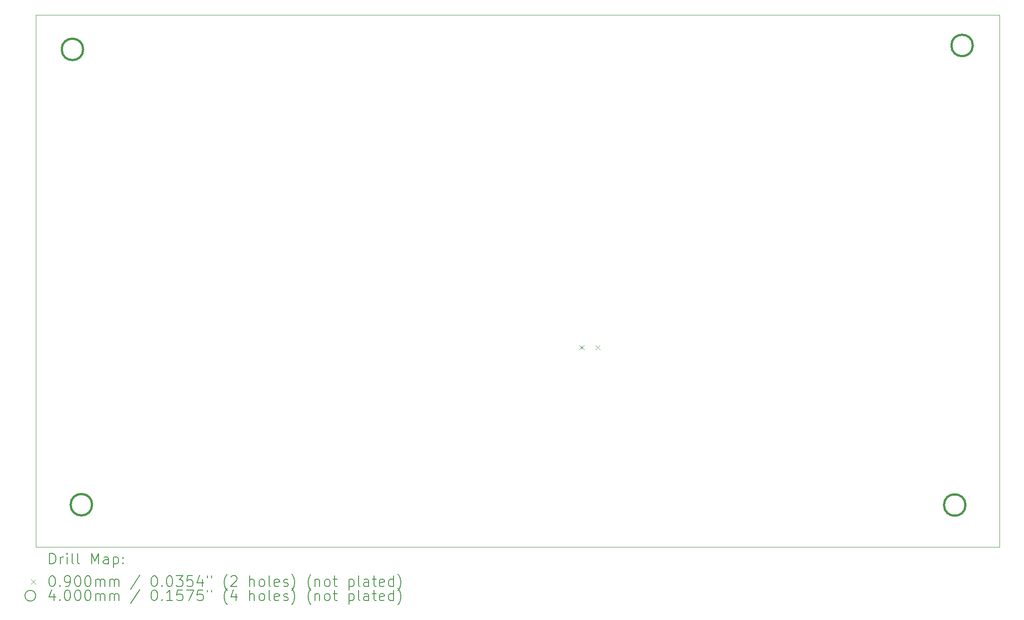
<source format=gbr>
%TF.GenerationSoftware,KiCad,Pcbnew,7.0.8*%
%TF.CreationDate,2025-03-20T17:12:28-04:00*%
%TF.ProjectId,2310interface,32333130-696e-4746-9572-666163652e6b,rev?*%
%TF.SameCoordinates,Original*%
%TF.FileFunction,Drillmap*%
%TF.FilePolarity,Positive*%
%FSLAX45Y45*%
G04 Gerber Fmt 4.5, Leading zero omitted, Abs format (unit mm)*
G04 Created by KiCad (PCBNEW 7.0.8) date 2025-03-20 17:12:28*
%MOMM*%
%LPD*%
G01*
G04 APERTURE LIST*
%ADD10C,0.100000*%
%ADD11C,0.200000*%
%ADD12C,0.090000*%
%ADD13C,0.400000*%
G04 APERTURE END LIST*
D10*
X2510000Y-2511000D02*
X20486000Y-2511000D01*
X20486000Y-12446000D01*
X2510000Y-12446000D01*
X2510000Y-2511000D01*
D11*
D12*
X12645000Y-8675000D02*
X12735000Y-8765000D01*
X12735000Y-8675000D02*
X12645000Y-8765000D01*
X12945000Y-8675000D02*
X13035000Y-8765000D01*
X13035000Y-8675000D02*
X12945000Y-8765000D01*
D13*
X3391000Y-3156000D02*
G75*
G03*
X3391000Y-3156000I-200000J0D01*
G01*
X3558000Y-11656000D02*
G75*
G03*
X3558000Y-11656000I-200000J0D01*
G01*
X19849000Y-11662000D02*
G75*
G03*
X19849000Y-11662000I-200000J0D01*
G01*
X19986000Y-3083000D02*
G75*
G03*
X19986000Y-3083000I-200000J0D01*
G01*
D11*
X2765777Y-12762484D02*
X2765777Y-12562484D01*
X2765777Y-12562484D02*
X2813396Y-12562484D01*
X2813396Y-12562484D02*
X2841967Y-12572008D01*
X2841967Y-12572008D02*
X2861015Y-12591055D01*
X2861015Y-12591055D02*
X2870539Y-12610103D01*
X2870539Y-12610103D02*
X2880062Y-12648198D01*
X2880062Y-12648198D02*
X2880062Y-12676769D01*
X2880062Y-12676769D02*
X2870539Y-12714865D01*
X2870539Y-12714865D02*
X2861015Y-12733912D01*
X2861015Y-12733912D02*
X2841967Y-12752960D01*
X2841967Y-12752960D02*
X2813396Y-12762484D01*
X2813396Y-12762484D02*
X2765777Y-12762484D01*
X2965777Y-12762484D02*
X2965777Y-12629150D01*
X2965777Y-12667246D02*
X2975301Y-12648198D01*
X2975301Y-12648198D02*
X2984824Y-12638674D01*
X2984824Y-12638674D02*
X3003872Y-12629150D01*
X3003872Y-12629150D02*
X3022920Y-12629150D01*
X3089586Y-12762484D02*
X3089586Y-12629150D01*
X3089586Y-12562484D02*
X3080062Y-12572008D01*
X3080062Y-12572008D02*
X3089586Y-12581531D01*
X3089586Y-12581531D02*
X3099110Y-12572008D01*
X3099110Y-12572008D02*
X3089586Y-12562484D01*
X3089586Y-12562484D02*
X3089586Y-12581531D01*
X3213396Y-12762484D02*
X3194348Y-12752960D01*
X3194348Y-12752960D02*
X3184824Y-12733912D01*
X3184824Y-12733912D02*
X3184824Y-12562484D01*
X3318158Y-12762484D02*
X3299110Y-12752960D01*
X3299110Y-12752960D02*
X3289586Y-12733912D01*
X3289586Y-12733912D02*
X3289586Y-12562484D01*
X3546729Y-12762484D02*
X3546729Y-12562484D01*
X3546729Y-12562484D02*
X3613396Y-12705341D01*
X3613396Y-12705341D02*
X3680062Y-12562484D01*
X3680062Y-12562484D02*
X3680062Y-12762484D01*
X3861015Y-12762484D02*
X3861015Y-12657722D01*
X3861015Y-12657722D02*
X3851491Y-12638674D01*
X3851491Y-12638674D02*
X3832443Y-12629150D01*
X3832443Y-12629150D02*
X3794348Y-12629150D01*
X3794348Y-12629150D02*
X3775301Y-12638674D01*
X3861015Y-12752960D02*
X3841967Y-12762484D01*
X3841967Y-12762484D02*
X3794348Y-12762484D01*
X3794348Y-12762484D02*
X3775301Y-12752960D01*
X3775301Y-12752960D02*
X3765777Y-12733912D01*
X3765777Y-12733912D02*
X3765777Y-12714865D01*
X3765777Y-12714865D02*
X3775301Y-12695817D01*
X3775301Y-12695817D02*
X3794348Y-12686293D01*
X3794348Y-12686293D02*
X3841967Y-12686293D01*
X3841967Y-12686293D02*
X3861015Y-12676769D01*
X3956253Y-12629150D02*
X3956253Y-12829150D01*
X3956253Y-12638674D02*
X3975301Y-12629150D01*
X3975301Y-12629150D02*
X4013396Y-12629150D01*
X4013396Y-12629150D02*
X4032443Y-12638674D01*
X4032443Y-12638674D02*
X4041967Y-12648198D01*
X4041967Y-12648198D02*
X4051491Y-12667246D01*
X4051491Y-12667246D02*
X4051491Y-12724388D01*
X4051491Y-12724388D02*
X4041967Y-12743436D01*
X4041967Y-12743436D02*
X4032443Y-12752960D01*
X4032443Y-12752960D02*
X4013396Y-12762484D01*
X4013396Y-12762484D02*
X3975301Y-12762484D01*
X3975301Y-12762484D02*
X3956253Y-12752960D01*
X4137205Y-12743436D02*
X4146729Y-12752960D01*
X4146729Y-12752960D02*
X4137205Y-12762484D01*
X4137205Y-12762484D02*
X4127682Y-12752960D01*
X4127682Y-12752960D02*
X4137205Y-12743436D01*
X4137205Y-12743436D02*
X4137205Y-12762484D01*
X4137205Y-12638674D02*
X4146729Y-12648198D01*
X4146729Y-12648198D02*
X4137205Y-12657722D01*
X4137205Y-12657722D02*
X4127682Y-12648198D01*
X4127682Y-12648198D02*
X4137205Y-12638674D01*
X4137205Y-12638674D02*
X4137205Y-12657722D01*
D12*
X2415000Y-13046000D02*
X2505000Y-13136000D01*
X2505000Y-13046000D02*
X2415000Y-13136000D01*
D11*
X2803872Y-12982484D02*
X2822920Y-12982484D01*
X2822920Y-12982484D02*
X2841967Y-12992008D01*
X2841967Y-12992008D02*
X2851491Y-13001531D01*
X2851491Y-13001531D02*
X2861015Y-13020579D01*
X2861015Y-13020579D02*
X2870539Y-13058674D01*
X2870539Y-13058674D02*
X2870539Y-13106293D01*
X2870539Y-13106293D02*
X2861015Y-13144388D01*
X2861015Y-13144388D02*
X2851491Y-13163436D01*
X2851491Y-13163436D02*
X2841967Y-13172960D01*
X2841967Y-13172960D02*
X2822920Y-13182484D01*
X2822920Y-13182484D02*
X2803872Y-13182484D01*
X2803872Y-13182484D02*
X2784824Y-13172960D01*
X2784824Y-13172960D02*
X2775301Y-13163436D01*
X2775301Y-13163436D02*
X2765777Y-13144388D01*
X2765777Y-13144388D02*
X2756253Y-13106293D01*
X2756253Y-13106293D02*
X2756253Y-13058674D01*
X2756253Y-13058674D02*
X2765777Y-13020579D01*
X2765777Y-13020579D02*
X2775301Y-13001531D01*
X2775301Y-13001531D02*
X2784824Y-12992008D01*
X2784824Y-12992008D02*
X2803872Y-12982484D01*
X2956253Y-13163436D02*
X2965777Y-13172960D01*
X2965777Y-13172960D02*
X2956253Y-13182484D01*
X2956253Y-13182484D02*
X2946729Y-13172960D01*
X2946729Y-13172960D02*
X2956253Y-13163436D01*
X2956253Y-13163436D02*
X2956253Y-13182484D01*
X3061015Y-13182484D02*
X3099110Y-13182484D01*
X3099110Y-13182484D02*
X3118158Y-13172960D01*
X3118158Y-13172960D02*
X3127682Y-13163436D01*
X3127682Y-13163436D02*
X3146729Y-13134865D01*
X3146729Y-13134865D02*
X3156253Y-13096769D01*
X3156253Y-13096769D02*
X3156253Y-13020579D01*
X3156253Y-13020579D02*
X3146729Y-13001531D01*
X3146729Y-13001531D02*
X3137205Y-12992008D01*
X3137205Y-12992008D02*
X3118158Y-12982484D01*
X3118158Y-12982484D02*
X3080062Y-12982484D01*
X3080062Y-12982484D02*
X3061015Y-12992008D01*
X3061015Y-12992008D02*
X3051491Y-13001531D01*
X3051491Y-13001531D02*
X3041967Y-13020579D01*
X3041967Y-13020579D02*
X3041967Y-13068198D01*
X3041967Y-13068198D02*
X3051491Y-13087246D01*
X3051491Y-13087246D02*
X3061015Y-13096769D01*
X3061015Y-13096769D02*
X3080062Y-13106293D01*
X3080062Y-13106293D02*
X3118158Y-13106293D01*
X3118158Y-13106293D02*
X3137205Y-13096769D01*
X3137205Y-13096769D02*
X3146729Y-13087246D01*
X3146729Y-13087246D02*
X3156253Y-13068198D01*
X3280062Y-12982484D02*
X3299110Y-12982484D01*
X3299110Y-12982484D02*
X3318158Y-12992008D01*
X3318158Y-12992008D02*
X3327682Y-13001531D01*
X3327682Y-13001531D02*
X3337205Y-13020579D01*
X3337205Y-13020579D02*
X3346729Y-13058674D01*
X3346729Y-13058674D02*
X3346729Y-13106293D01*
X3346729Y-13106293D02*
X3337205Y-13144388D01*
X3337205Y-13144388D02*
X3327682Y-13163436D01*
X3327682Y-13163436D02*
X3318158Y-13172960D01*
X3318158Y-13172960D02*
X3299110Y-13182484D01*
X3299110Y-13182484D02*
X3280062Y-13182484D01*
X3280062Y-13182484D02*
X3261015Y-13172960D01*
X3261015Y-13172960D02*
X3251491Y-13163436D01*
X3251491Y-13163436D02*
X3241967Y-13144388D01*
X3241967Y-13144388D02*
X3232443Y-13106293D01*
X3232443Y-13106293D02*
X3232443Y-13058674D01*
X3232443Y-13058674D02*
X3241967Y-13020579D01*
X3241967Y-13020579D02*
X3251491Y-13001531D01*
X3251491Y-13001531D02*
X3261015Y-12992008D01*
X3261015Y-12992008D02*
X3280062Y-12982484D01*
X3470539Y-12982484D02*
X3489586Y-12982484D01*
X3489586Y-12982484D02*
X3508634Y-12992008D01*
X3508634Y-12992008D02*
X3518158Y-13001531D01*
X3518158Y-13001531D02*
X3527682Y-13020579D01*
X3527682Y-13020579D02*
X3537205Y-13058674D01*
X3537205Y-13058674D02*
X3537205Y-13106293D01*
X3537205Y-13106293D02*
X3527682Y-13144388D01*
X3527682Y-13144388D02*
X3518158Y-13163436D01*
X3518158Y-13163436D02*
X3508634Y-13172960D01*
X3508634Y-13172960D02*
X3489586Y-13182484D01*
X3489586Y-13182484D02*
X3470539Y-13182484D01*
X3470539Y-13182484D02*
X3451491Y-13172960D01*
X3451491Y-13172960D02*
X3441967Y-13163436D01*
X3441967Y-13163436D02*
X3432443Y-13144388D01*
X3432443Y-13144388D02*
X3422920Y-13106293D01*
X3422920Y-13106293D02*
X3422920Y-13058674D01*
X3422920Y-13058674D02*
X3432443Y-13020579D01*
X3432443Y-13020579D02*
X3441967Y-13001531D01*
X3441967Y-13001531D02*
X3451491Y-12992008D01*
X3451491Y-12992008D02*
X3470539Y-12982484D01*
X3622920Y-13182484D02*
X3622920Y-13049150D01*
X3622920Y-13068198D02*
X3632443Y-13058674D01*
X3632443Y-13058674D02*
X3651491Y-13049150D01*
X3651491Y-13049150D02*
X3680063Y-13049150D01*
X3680063Y-13049150D02*
X3699110Y-13058674D01*
X3699110Y-13058674D02*
X3708634Y-13077722D01*
X3708634Y-13077722D02*
X3708634Y-13182484D01*
X3708634Y-13077722D02*
X3718158Y-13058674D01*
X3718158Y-13058674D02*
X3737205Y-13049150D01*
X3737205Y-13049150D02*
X3765777Y-13049150D01*
X3765777Y-13049150D02*
X3784824Y-13058674D01*
X3784824Y-13058674D02*
X3794348Y-13077722D01*
X3794348Y-13077722D02*
X3794348Y-13182484D01*
X3889586Y-13182484D02*
X3889586Y-13049150D01*
X3889586Y-13068198D02*
X3899110Y-13058674D01*
X3899110Y-13058674D02*
X3918158Y-13049150D01*
X3918158Y-13049150D02*
X3946729Y-13049150D01*
X3946729Y-13049150D02*
X3965777Y-13058674D01*
X3965777Y-13058674D02*
X3975301Y-13077722D01*
X3975301Y-13077722D02*
X3975301Y-13182484D01*
X3975301Y-13077722D02*
X3984824Y-13058674D01*
X3984824Y-13058674D02*
X4003872Y-13049150D01*
X4003872Y-13049150D02*
X4032443Y-13049150D01*
X4032443Y-13049150D02*
X4051491Y-13058674D01*
X4051491Y-13058674D02*
X4061015Y-13077722D01*
X4061015Y-13077722D02*
X4061015Y-13182484D01*
X4451491Y-12972960D02*
X4280063Y-13230103D01*
X4708634Y-12982484D02*
X4727682Y-12982484D01*
X4727682Y-12982484D02*
X4746729Y-12992008D01*
X4746729Y-12992008D02*
X4756253Y-13001531D01*
X4756253Y-13001531D02*
X4765777Y-13020579D01*
X4765777Y-13020579D02*
X4775301Y-13058674D01*
X4775301Y-13058674D02*
X4775301Y-13106293D01*
X4775301Y-13106293D02*
X4765777Y-13144388D01*
X4765777Y-13144388D02*
X4756253Y-13163436D01*
X4756253Y-13163436D02*
X4746729Y-13172960D01*
X4746729Y-13172960D02*
X4727682Y-13182484D01*
X4727682Y-13182484D02*
X4708634Y-13182484D01*
X4708634Y-13182484D02*
X4689587Y-13172960D01*
X4689587Y-13172960D02*
X4680063Y-13163436D01*
X4680063Y-13163436D02*
X4670539Y-13144388D01*
X4670539Y-13144388D02*
X4661015Y-13106293D01*
X4661015Y-13106293D02*
X4661015Y-13058674D01*
X4661015Y-13058674D02*
X4670539Y-13020579D01*
X4670539Y-13020579D02*
X4680063Y-13001531D01*
X4680063Y-13001531D02*
X4689587Y-12992008D01*
X4689587Y-12992008D02*
X4708634Y-12982484D01*
X4861015Y-13163436D02*
X4870539Y-13172960D01*
X4870539Y-13172960D02*
X4861015Y-13182484D01*
X4861015Y-13182484D02*
X4851491Y-13172960D01*
X4851491Y-13172960D02*
X4861015Y-13163436D01*
X4861015Y-13163436D02*
X4861015Y-13182484D01*
X4994348Y-12982484D02*
X5013396Y-12982484D01*
X5013396Y-12982484D02*
X5032444Y-12992008D01*
X5032444Y-12992008D02*
X5041968Y-13001531D01*
X5041968Y-13001531D02*
X5051491Y-13020579D01*
X5051491Y-13020579D02*
X5061015Y-13058674D01*
X5061015Y-13058674D02*
X5061015Y-13106293D01*
X5061015Y-13106293D02*
X5051491Y-13144388D01*
X5051491Y-13144388D02*
X5041968Y-13163436D01*
X5041968Y-13163436D02*
X5032444Y-13172960D01*
X5032444Y-13172960D02*
X5013396Y-13182484D01*
X5013396Y-13182484D02*
X4994348Y-13182484D01*
X4994348Y-13182484D02*
X4975301Y-13172960D01*
X4975301Y-13172960D02*
X4965777Y-13163436D01*
X4965777Y-13163436D02*
X4956253Y-13144388D01*
X4956253Y-13144388D02*
X4946729Y-13106293D01*
X4946729Y-13106293D02*
X4946729Y-13058674D01*
X4946729Y-13058674D02*
X4956253Y-13020579D01*
X4956253Y-13020579D02*
X4965777Y-13001531D01*
X4965777Y-13001531D02*
X4975301Y-12992008D01*
X4975301Y-12992008D02*
X4994348Y-12982484D01*
X5127682Y-12982484D02*
X5251491Y-12982484D01*
X5251491Y-12982484D02*
X5184825Y-13058674D01*
X5184825Y-13058674D02*
X5213396Y-13058674D01*
X5213396Y-13058674D02*
X5232444Y-13068198D01*
X5232444Y-13068198D02*
X5241968Y-13077722D01*
X5241968Y-13077722D02*
X5251491Y-13096769D01*
X5251491Y-13096769D02*
X5251491Y-13144388D01*
X5251491Y-13144388D02*
X5241968Y-13163436D01*
X5241968Y-13163436D02*
X5232444Y-13172960D01*
X5232444Y-13172960D02*
X5213396Y-13182484D01*
X5213396Y-13182484D02*
X5156253Y-13182484D01*
X5156253Y-13182484D02*
X5137206Y-13172960D01*
X5137206Y-13172960D02*
X5127682Y-13163436D01*
X5432444Y-12982484D02*
X5337206Y-12982484D01*
X5337206Y-12982484D02*
X5327682Y-13077722D01*
X5327682Y-13077722D02*
X5337206Y-13068198D01*
X5337206Y-13068198D02*
X5356253Y-13058674D01*
X5356253Y-13058674D02*
X5403872Y-13058674D01*
X5403872Y-13058674D02*
X5422920Y-13068198D01*
X5422920Y-13068198D02*
X5432444Y-13077722D01*
X5432444Y-13077722D02*
X5441968Y-13096769D01*
X5441968Y-13096769D02*
X5441968Y-13144388D01*
X5441968Y-13144388D02*
X5432444Y-13163436D01*
X5432444Y-13163436D02*
X5422920Y-13172960D01*
X5422920Y-13172960D02*
X5403872Y-13182484D01*
X5403872Y-13182484D02*
X5356253Y-13182484D01*
X5356253Y-13182484D02*
X5337206Y-13172960D01*
X5337206Y-13172960D02*
X5327682Y-13163436D01*
X5613396Y-13049150D02*
X5613396Y-13182484D01*
X5565777Y-12972960D02*
X5518158Y-13115817D01*
X5518158Y-13115817D02*
X5641967Y-13115817D01*
X5708634Y-12982484D02*
X5708634Y-13020579D01*
X5784825Y-12982484D02*
X5784825Y-13020579D01*
X6080063Y-13258674D02*
X6070539Y-13249150D01*
X6070539Y-13249150D02*
X6051491Y-13220579D01*
X6051491Y-13220579D02*
X6041968Y-13201531D01*
X6041968Y-13201531D02*
X6032444Y-13172960D01*
X6032444Y-13172960D02*
X6022920Y-13125341D01*
X6022920Y-13125341D02*
X6022920Y-13087246D01*
X6022920Y-13087246D02*
X6032444Y-13039627D01*
X6032444Y-13039627D02*
X6041968Y-13011055D01*
X6041968Y-13011055D02*
X6051491Y-12992008D01*
X6051491Y-12992008D02*
X6070539Y-12963436D01*
X6070539Y-12963436D02*
X6080063Y-12953912D01*
X6146729Y-13001531D02*
X6156253Y-12992008D01*
X6156253Y-12992008D02*
X6175301Y-12982484D01*
X6175301Y-12982484D02*
X6222920Y-12982484D01*
X6222920Y-12982484D02*
X6241968Y-12992008D01*
X6241968Y-12992008D02*
X6251491Y-13001531D01*
X6251491Y-13001531D02*
X6261015Y-13020579D01*
X6261015Y-13020579D02*
X6261015Y-13039627D01*
X6261015Y-13039627D02*
X6251491Y-13068198D01*
X6251491Y-13068198D02*
X6137206Y-13182484D01*
X6137206Y-13182484D02*
X6261015Y-13182484D01*
X6499110Y-13182484D02*
X6499110Y-12982484D01*
X6584825Y-13182484D02*
X6584825Y-13077722D01*
X6584825Y-13077722D02*
X6575301Y-13058674D01*
X6575301Y-13058674D02*
X6556253Y-13049150D01*
X6556253Y-13049150D02*
X6527682Y-13049150D01*
X6527682Y-13049150D02*
X6508634Y-13058674D01*
X6508634Y-13058674D02*
X6499110Y-13068198D01*
X6708634Y-13182484D02*
X6689587Y-13172960D01*
X6689587Y-13172960D02*
X6680063Y-13163436D01*
X6680063Y-13163436D02*
X6670539Y-13144388D01*
X6670539Y-13144388D02*
X6670539Y-13087246D01*
X6670539Y-13087246D02*
X6680063Y-13068198D01*
X6680063Y-13068198D02*
X6689587Y-13058674D01*
X6689587Y-13058674D02*
X6708634Y-13049150D01*
X6708634Y-13049150D02*
X6737206Y-13049150D01*
X6737206Y-13049150D02*
X6756253Y-13058674D01*
X6756253Y-13058674D02*
X6765777Y-13068198D01*
X6765777Y-13068198D02*
X6775301Y-13087246D01*
X6775301Y-13087246D02*
X6775301Y-13144388D01*
X6775301Y-13144388D02*
X6765777Y-13163436D01*
X6765777Y-13163436D02*
X6756253Y-13172960D01*
X6756253Y-13172960D02*
X6737206Y-13182484D01*
X6737206Y-13182484D02*
X6708634Y-13182484D01*
X6889587Y-13182484D02*
X6870539Y-13172960D01*
X6870539Y-13172960D02*
X6861015Y-13153912D01*
X6861015Y-13153912D02*
X6861015Y-12982484D01*
X7041968Y-13172960D02*
X7022920Y-13182484D01*
X7022920Y-13182484D02*
X6984825Y-13182484D01*
X6984825Y-13182484D02*
X6965777Y-13172960D01*
X6965777Y-13172960D02*
X6956253Y-13153912D01*
X6956253Y-13153912D02*
X6956253Y-13077722D01*
X6956253Y-13077722D02*
X6965777Y-13058674D01*
X6965777Y-13058674D02*
X6984825Y-13049150D01*
X6984825Y-13049150D02*
X7022920Y-13049150D01*
X7022920Y-13049150D02*
X7041968Y-13058674D01*
X7041968Y-13058674D02*
X7051491Y-13077722D01*
X7051491Y-13077722D02*
X7051491Y-13096769D01*
X7051491Y-13096769D02*
X6956253Y-13115817D01*
X7127682Y-13172960D02*
X7146730Y-13182484D01*
X7146730Y-13182484D02*
X7184825Y-13182484D01*
X7184825Y-13182484D02*
X7203872Y-13172960D01*
X7203872Y-13172960D02*
X7213396Y-13153912D01*
X7213396Y-13153912D02*
X7213396Y-13144388D01*
X7213396Y-13144388D02*
X7203872Y-13125341D01*
X7203872Y-13125341D02*
X7184825Y-13115817D01*
X7184825Y-13115817D02*
X7156253Y-13115817D01*
X7156253Y-13115817D02*
X7137206Y-13106293D01*
X7137206Y-13106293D02*
X7127682Y-13087246D01*
X7127682Y-13087246D02*
X7127682Y-13077722D01*
X7127682Y-13077722D02*
X7137206Y-13058674D01*
X7137206Y-13058674D02*
X7156253Y-13049150D01*
X7156253Y-13049150D02*
X7184825Y-13049150D01*
X7184825Y-13049150D02*
X7203872Y-13058674D01*
X7280063Y-13258674D02*
X7289587Y-13249150D01*
X7289587Y-13249150D02*
X7308634Y-13220579D01*
X7308634Y-13220579D02*
X7318158Y-13201531D01*
X7318158Y-13201531D02*
X7327682Y-13172960D01*
X7327682Y-13172960D02*
X7337206Y-13125341D01*
X7337206Y-13125341D02*
X7337206Y-13087246D01*
X7337206Y-13087246D02*
X7327682Y-13039627D01*
X7327682Y-13039627D02*
X7318158Y-13011055D01*
X7318158Y-13011055D02*
X7308634Y-12992008D01*
X7308634Y-12992008D02*
X7289587Y-12963436D01*
X7289587Y-12963436D02*
X7280063Y-12953912D01*
X7641968Y-13258674D02*
X7632444Y-13249150D01*
X7632444Y-13249150D02*
X7613396Y-13220579D01*
X7613396Y-13220579D02*
X7603872Y-13201531D01*
X7603872Y-13201531D02*
X7594349Y-13172960D01*
X7594349Y-13172960D02*
X7584825Y-13125341D01*
X7584825Y-13125341D02*
X7584825Y-13087246D01*
X7584825Y-13087246D02*
X7594349Y-13039627D01*
X7594349Y-13039627D02*
X7603872Y-13011055D01*
X7603872Y-13011055D02*
X7613396Y-12992008D01*
X7613396Y-12992008D02*
X7632444Y-12963436D01*
X7632444Y-12963436D02*
X7641968Y-12953912D01*
X7718158Y-13049150D02*
X7718158Y-13182484D01*
X7718158Y-13068198D02*
X7727682Y-13058674D01*
X7727682Y-13058674D02*
X7746730Y-13049150D01*
X7746730Y-13049150D02*
X7775301Y-13049150D01*
X7775301Y-13049150D02*
X7794349Y-13058674D01*
X7794349Y-13058674D02*
X7803872Y-13077722D01*
X7803872Y-13077722D02*
X7803872Y-13182484D01*
X7927682Y-13182484D02*
X7908634Y-13172960D01*
X7908634Y-13172960D02*
X7899111Y-13163436D01*
X7899111Y-13163436D02*
X7889587Y-13144388D01*
X7889587Y-13144388D02*
X7889587Y-13087246D01*
X7889587Y-13087246D02*
X7899111Y-13068198D01*
X7899111Y-13068198D02*
X7908634Y-13058674D01*
X7908634Y-13058674D02*
X7927682Y-13049150D01*
X7927682Y-13049150D02*
X7956253Y-13049150D01*
X7956253Y-13049150D02*
X7975301Y-13058674D01*
X7975301Y-13058674D02*
X7984825Y-13068198D01*
X7984825Y-13068198D02*
X7994349Y-13087246D01*
X7994349Y-13087246D02*
X7994349Y-13144388D01*
X7994349Y-13144388D02*
X7984825Y-13163436D01*
X7984825Y-13163436D02*
X7975301Y-13172960D01*
X7975301Y-13172960D02*
X7956253Y-13182484D01*
X7956253Y-13182484D02*
X7927682Y-13182484D01*
X8051492Y-13049150D02*
X8127682Y-13049150D01*
X8080063Y-12982484D02*
X8080063Y-13153912D01*
X8080063Y-13153912D02*
X8089587Y-13172960D01*
X8089587Y-13172960D02*
X8108634Y-13182484D01*
X8108634Y-13182484D02*
X8127682Y-13182484D01*
X8346730Y-13049150D02*
X8346730Y-13249150D01*
X8346730Y-13058674D02*
X8365777Y-13049150D01*
X8365777Y-13049150D02*
X8403873Y-13049150D01*
X8403873Y-13049150D02*
X8422920Y-13058674D01*
X8422920Y-13058674D02*
X8432444Y-13068198D01*
X8432444Y-13068198D02*
X8441968Y-13087246D01*
X8441968Y-13087246D02*
X8441968Y-13144388D01*
X8441968Y-13144388D02*
X8432444Y-13163436D01*
X8432444Y-13163436D02*
X8422920Y-13172960D01*
X8422920Y-13172960D02*
X8403873Y-13182484D01*
X8403873Y-13182484D02*
X8365777Y-13182484D01*
X8365777Y-13182484D02*
X8346730Y-13172960D01*
X8556254Y-13182484D02*
X8537206Y-13172960D01*
X8537206Y-13172960D02*
X8527682Y-13153912D01*
X8527682Y-13153912D02*
X8527682Y-12982484D01*
X8718158Y-13182484D02*
X8718158Y-13077722D01*
X8718158Y-13077722D02*
X8708635Y-13058674D01*
X8708635Y-13058674D02*
X8689587Y-13049150D01*
X8689587Y-13049150D02*
X8651492Y-13049150D01*
X8651492Y-13049150D02*
X8632444Y-13058674D01*
X8718158Y-13172960D02*
X8699111Y-13182484D01*
X8699111Y-13182484D02*
X8651492Y-13182484D01*
X8651492Y-13182484D02*
X8632444Y-13172960D01*
X8632444Y-13172960D02*
X8622920Y-13153912D01*
X8622920Y-13153912D02*
X8622920Y-13134865D01*
X8622920Y-13134865D02*
X8632444Y-13115817D01*
X8632444Y-13115817D02*
X8651492Y-13106293D01*
X8651492Y-13106293D02*
X8699111Y-13106293D01*
X8699111Y-13106293D02*
X8718158Y-13096769D01*
X8784825Y-13049150D02*
X8861015Y-13049150D01*
X8813396Y-12982484D02*
X8813396Y-13153912D01*
X8813396Y-13153912D02*
X8822920Y-13172960D01*
X8822920Y-13172960D02*
X8841968Y-13182484D01*
X8841968Y-13182484D02*
X8861015Y-13182484D01*
X9003873Y-13172960D02*
X8984825Y-13182484D01*
X8984825Y-13182484D02*
X8946730Y-13182484D01*
X8946730Y-13182484D02*
X8927682Y-13172960D01*
X8927682Y-13172960D02*
X8918158Y-13153912D01*
X8918158Y-13153912D02*
X8918158Y-13077722D01*
X8918158Y-13077722D02*
X8927682Y-13058674D01*
X8927682Y-13058674D02*
X8946730Y-13049150D01*
X8946730Y-13049150D02*
X8984825Y-13049150D01*
X8984825Y-13049150D02*
X9003873Y-13058674D01*
X9003873Y-13058674D02*
X9013396Y-13077722D01*
X9013396Y-13077722D02*
X9013396Y-13096769D01*
X9013396Y-13096769D02*
X8918158Y-13115817D01*
X9184825Y-13182484D02*
X9184825Y-12982484D01*
X9184825Y-13172960D02*
X9165777Y-13182484D01*
X9165777Y-13182484D02*
X9127682Y-13182484D01*
X9127682Y-13182484D02*
X9108635Y-13172960D01*
X9108635Y-13172960D02*
X9099111Y-13163436D01*
X9099111Y-13163436D02*
X9089587Y-13144388D01*
X9089587Y-13144388D02*
X9089587Y-13087246D01*
X9089587Y-13087246D02*
X9099111Y-13068198D01*
X9099111Y-13068198D02*
X9108635Y-13058674D01*
X9108635Y-13058674D02*
X9127682Y-13049150D01*
X9127682Y-13049150D02*
X9165777Y-13049150D01*
X9165777Y-13049150D02*
X9184825Y-13058674D01*
X9261016Y-13258674D02*
X9270539Y-13249150D01*
X9270539Y-13249150D02*
X9289587Y-13220579D01*
X9289587Y-13220579D02*
X9299111Y-13201531D01*
X9299111Y-13201531D02*
X9308635Y-13172960D01*
X9308635Y-13172960D02*
X9318158Y-13125341D01*
X9318158Y-13125341D02*
X9318158Y-13087246D01*
X9318158Y-13087246D02*
X9308635Y-13039627D01*
X9308635Y-13039627D02*
X9299111Y-13011055D01*
X9299111Y-13011055D02*
X9289587Y-12992008D01*
X9289587Y-12992008D02*
X9270539Y-12963436D01*
X9270539Y-12963436D02*
X9261016Y-12953912D01*
X2505000Y-13355000D02*
G75*
G03*
X2505000Y-13355000I-100000J0D01*
G01*
X2851491Y-13313150D02*
X2851491Y-13446484D01*
X2803872Y-13236960D02*
X2756253Y-13379817D01*
X2756253Y-13379817D02*
X2880062Y-13379817D01*
X2956253Y-13427436D02*
X2965777Y-13436960D01*
X2965777Y-13436960D02*
X2956253Y-13446484D01*
X2956253Y-13446484D02*
X2946729Y-13436960D01*
X2946729Y-13436960D02*
X2956253Y-13427436D01*
X2956253Y-13427436D02*
X2956253Y-13446484D01*
X3089586Y-13246484D02*
X3108634Y-13246484D01*
X3108634Y-13246484D02*
X3127682Y-13256008D01*
X3127682Y-13256008D02*
X3137205Y-13265531D01*
X3137205Y-13265531D02*
X3146729Y-13284579D01*
X3146729Y-13284579D02*
X3156253Y-13322674D01*
X3156253Y-13322674D02*
X3156253Y-13370293D01*
X3156253Y-13370293D02*
X3146729Y-13408388D01*
X3146729Y-13408388D02*
X3137205Y-13427436D01*
X3137205Y-13427436D02*
X3127682Y-13436960D01*
X3127682Y-13436960D02*
X3108634Y-13446484D01*
X3108634Y-13446484D02*
X3089586Y-13446484D01*
X3089586Y-13446484D02*
X3070539Y-13436960D01*
X3070539Y-13436960D02*
X3061015Y-13427436D01*
X3061015Y-13427436D02*
X3051491Y-13408388D01*
X3051491Y-13408388D02*
X3041967Y-13370293D01*
X3041967Y-13370293D02*
X3041967Y-13322674D01*
X3041967Y-13322674D02*
X3051491Y-13284579D01*
X3051491Y-13284579D02*
X3061015Y-13265531D01*
X3061015Y-13265531D02*
X3070539Y-13256008D01*
X3070539Y-13256008D02*
X3089586Y-13246484D01*
X3280062Y-13246484D02*
X3299110Y-13246484D01*
X3299110Y-13246484D02*
X3318158Y-13256008D01*
X3318158Y-13256008D02*
X3327682Y-13265531D01*
X3327682Y-13265531D02*
X3337205Y-13284579D01*
X3337205Y-13284579D02*
X3346729Y-13322674D01*
X3346729Y-13322674D02*
X3346729Y-13370293D01*
X3346729Y-13370293D02*
X3337205Y-13408388D01*
X3337205Y-13408388D02*
X3327682Y-13427436D01*
X3327682Y-13427436D02*
X3318158Y-13436960D01*
X3318158Y-13436960D02*
X3299110Y-13446484D01*
X3299110Y-13446484D02*
X3280062Y-13446484D01*
X3280062Y-13446484D02*
X3261015Y-13436960D01*
X3261015Y-13436960D02*
X3251491Y-13427436D01*
X3251491Y-13427436D02*
X3241967Y-13408388D01*
X3241967Y-13408388D02*
X3232443Y-13370293D01*
X3232443Y-13370293D02*
X3232443Y-13322674D01*
X3232443Y-13322674D02*
X3241967Y-13284579D01*
X3241967Y-13284579D02*
X3251491Y-13265531D01*
X3251491Y-13265531D02*
X3261015Y-13256008D01*
X3261015Y-13256008D02*
X3280062Y-13246484D01*
X3470539Y-13246484D02*
X3489586Y-13246484D01*
X3489586Y-13246484D02*
X3508634Y-13256008D01*
X3508634Y-13256008D02*
X3518158Y-13265531D01*
X3518158Y-13265531D02*
X3527682Y-13284579D01*
X3527682Y-13284579D02*
X3537205Y-13322674D01*
X3537205Y-13322674D02*
X3537205Y-13370293D01*
X3537205Y-13370293D02*
X3527682Y-13408388D01*
X3527682Y-13408388D02*
X3518158Y-13427436D01*
X3518158Y-13427436D02*
X3508634Y-13436960D01*
X3508634Y-13436960D02*
X3489586Y-13446484D01*
X3489586Y-13446484D02*
X3470539Y-13446484D01*
X3470539Y-13446484D02*
X3451491Y-13436960D01*
X3451491Y-13436960D02*
X3441967Y-13427436D01*
X3441967Y-13427436D02*
X3432443Y-13408388D01*
X3432443Y-13408388D02*
X3422920Y-13370293D01*
X3422920Y-13370293D02*
X3422920Y-13322674D01*
X3422920Y-13322674D02*
X3432443Y-13284579D01*
X3432443Y-13284579D02*
X3441967Y-13265531D01*
X3441967Y-13265531D02*
X3451491Y-13256008D01*
X3451491Y-13256008D02*
X3470539Y-13246484D01*
X3622920Y-13446484D02*
X3622920Y-13313150D01*
X3622920Y-13332198D02*
X3632443Y-13322674D01*
X3632443Y-13322674D02*
X3651491Y-13313150D01*
X3651491Y-13313150D02*
X3680063Y-13313150D01*
X3680063Y-13313150D02*
X3699110Y-13322674D01*
X3699110Y-13322674D02*
X3708634Y-13341722D01*
X3708634Y-13341722D02*
X3708634Y-13446484D01*
X3708634Y-13341722D02*
X3718158Y-13322674D01*
X3718158Y-13322674D02*
X3737205Y-13313150D01*
X3737205Y-13313150D02*
X3765777Y-13313150D01*
X3765777Y-13313150D02*
X3784824Y-13322674D01*
X3784824Y-13322674D02*
X3794348Y-13341722D01*
X3794348Y-13341722D02*
X3794348Y-13446484D01*
X3889586Y-13446484D02*
X3889586Y-13313150D01*
X3889586Y-13332198D02*
X3899110Y-13322674D01*
X3899110Y-13322674D02*
X3918158Y-13313150D01*
X3918158Y-13313150D02*
X3946729Y-13313150D01*
X3946729Y-13313150D02*
X3965777Y-13322674D01*
X3965777Y-13322674D02*
X3975301Y-13341722D01*
X3975301Y-13341722D02*
X3975301Y-13446484D01*
X3975301Y-13341722D02*
X3984824Y-13322674D01*
X3984824Y-13322674D02*
X4003872Y-13313150D01*
X4003872Y-13313150D02*
X4032443Y-13313150D01*
X4032443Y-13313150D02*
X4051491Y-13322674D01*
X4051491Y-13322674D02*
X4061015Y-13341722D01*
X4061015Y-13341722D02*
X4061015Y-13446484D01*
X4451491Y-13236960D02*
X4280063Y-13494103D01*
X4708634Y-13246484D02*
X4727682Y-13246484D01*
X4727682Y-13246484D02*
X4746729Y-13256008D01*
X4746729Y-13256008D02*
X4756253Y-13265531D01*
X4756253Y-13265531D02*
X4765777Y-13284579D01*
X4765777Y-13284579D02*
X4775301Y-13322674D01*
X4775301Y-13322674D02*
X4775301Y-13370293D01*
X4775301Y-13370293D02*
X4765777Y-13408388D01*
X4765777Y-13408388D02*
X4756253Y-13427436D01*
X4756253Y-13427436D02*
X4746729Y-13436960D01*
X4746729Y-13436960D02*
X4727682Y-13446484D01*
X4727682Y-13446484D02*
X4708634Y-13446484D01*
X4708634Y-13446484D02*
X4689587Y-13436960D01*
X4689587Y-13436960D02*
X4680063Y-13427436D01*
X4680063Y-13427436D02*
X4670539Y-13408388D01*
X4670539Y-13408388D02*
X4661015Y-13370293D01*
X4661015Y-13370293D02*
X4661015Y-13322674D01*
X4661015Y-13322674D02*
X4670539Y-13284579D01*
X4670539Y-13284579D02*
X4680063Y-13265531D01*
X4680063Y-13265531D02*
X4689587Y-13256008D01*
X4689587Y-13256008D02*
X4708634Y-13246484D01*
X4861015Y-13427436D02*
X4870539Y-13436960D01*
X4870539Y-13436960D02*
X4861015Y-13446484D01*
X4861015Y-13446484D02*
X4851491Y-13436960D01*
X4851491Y-13436960D02*
X4861015Y-13427436D01*
X4861015Y-13427436D02*
X4861015Y-13446484D01*
X5061015Y-13446484D02*
X4946729Y-13446484D01*
X5003872Y-13446484D02*
X5003872Y-13246484D01*
X5003872Y-13246484D02*
X4984825Y-13275055D01*
X4984825Y-13275055D02*
X4965777Y-13294103D01*
X4965777Y-13294103D02*
X4946729Y-13303627D01*
X5241968Y-13246484D02*
X5146729Y-13246484D01*
X5146729Y-13246484D02*
X5137206Y-13341722D01*
X5137206Y-13341722D02*
X5146729Y-13332198D01*
X5146729Y-13332198D02*
X5165777Y-13322674D01*
X5165777Y-13322674D02*
X5213396Y-13322674D01*
X5213396Y-13322674D02*
X5232444Y-13332198D01*
X5232444Y-13332198D02*
X5241968Y-13341722D01*
X5241968Y-13341722D02*
X5251491Y-13360769D01*
X5251491Y-13360769D02*
X5251491Y-13408388D01*
X5251491Y-13408388D02*
X5241968Y-13427436D01*
X5241968Y-13427436D02*
X5232444Y-13436960D01*
X5232444Y-13436960D02*
X5213396Y-13446484D01*
X5213396Y-13446484D02*
X5165777Y-13446484D01*
X5165777Y-13446484D02*
X5146729Y-13436960D01*
X5146729Y-13436960D02*
X5137206Y-13427436D01*
X5318158Y-13246484D02*
X5451491Y-13246484D01*
X5451491Y-13246484D02*
X5365777Y-13446484D01*
X5622920Y-13246484D02*
X5527682Y-13246484D01*
X5527682Y-13246484D02*
X5518158Y-13341722D01*
X5518158Y-13341722D02*
X5527682Y-13332198D01*
X5527682Y-13332198D02*
X5546729Y-13322674D01*
X5546729Y-13322674D02*
X5594348Y-13322674D01*
X5594348Y-13322674D02*
X5613396Y-13332198D01*
X5613396Y-13332198D02*
X5622920Y-13341722D01*
X5622920Y-13341722D02*
X5632444Y-13360769D01*
X5632444Y-13360769D02*
X5632444Y-13408388D01*
X5632444Y-13408388D02*
X5622920Y-13427436D01*
X5622920Y-13427436D02*
X5613396Y-13436960D01*
X5613396Y-13436960D02*
X5594348Y-13446484D01*
X5594348Y-13446484D02*
X5546729Y-13446484D01*
X5546729Y-13446484D02*
X5527682Y-13436960D01*
X5527682Y-13436960D02*
X5518158Y-13427436D01*
X5708634Y-13246484D02*
X5708634Y-13284579D01*
X5784825Y-13246484D02*
X5784825Y-13284579D01*
X6080063Y-13522674D02*
X6070539Y-13513150D01*
X6070539Y-13513150D02*
X6051491Y-13484579D01*
X6051491Y-13484579D02*
X6041968Y-13465531D01*
X6041968Y-13465531D02*
X6032444Y-13436960D01*
X6032444Y-13436960D02*
X6022920Y-13389341D01*
X6022920Y-13389341D02*
X6022920Y-13351246D01*
X6022920Y-13351246D02*
X6032444Y-13303627D01*
X6032444Y-13303627D02*
X6041968Y-13275055D01*
X6041968Y-13275055D02*
X6051491Y-13256008D01*
X6051491Y-13256008D02*
X6070539Y-13227436D01*
X6070539Y-13227436D02*
X6080063Y-13217912D01*
X6241968Y-13313150D02*
X6241968Y-13446484D01*
X6194348Y-13236960D02*
X6146729Y-13379817D01*
X6146729Y-13379817D02*
X6270539Y-13379817D01*
X6499110Y-13446484D02*
X6499110Y-13246484D01*
X6584825Y-13446484D02*
X6584825Y-13341722D01*
X6584825Y-13341722D02*
X6575301Y-13322674D01*
X6575301Y-13322674D02*
X6556253Y-13313150D01*
X6556253Y-13313150D02*
X6527682Y-13313150D01*
X6527682Y-13313150D02*
X6508634Y-13322674D01*
X6508634Y-13322674D02*
X6499110Y-13332198D01*
X6708634Y-13446484D02*
X6689587Y-13436960D01*
X6689587Y-13436960D02*
X6680063Y-13427436D01*
X6680063Y-13427436D02*
X6670539Y-13408388D01*
X6670539Y-13408388D02*
X6670539Y-13351246D01*
X6670539Y-13351246D02*
X6680063Y-13332198D01*
X6680063Y-13332198D02*
X6689587Y-13322674D01*
X6689587Y-13322674D02*
X6708634Y-13313150D01*
X6708634Y-13313150D02*
X6737206Y-13313150D01*
X6737206Y-13313150D02*
X6756253Y-13322674D01*
X6756253Y-13322674D02*
X6765777Y-13332198D01*
X6765777Y-13332198D02*
X6775301Y-13351246D01*
X6775301Y-13351246D02*
X6775301Y-13408388D01*
X6775301Y-13408388D02*
X6765777Y-13427436D01*
X6765777Y-13427436D02*
X6756253Y-13436960D01*
X6756253Y-13436960D02*
X6737206Y-13446484D01*
X6737206Y-13446484D02*
X6708634Y-13446484D01*
X6889587Y-13446484D02*
X6870539Y-13436960D01*
X6870539Y-13436960D02*
X6861015Y-13417912D01*
X6861015Y-13417912D02*
X6861015Y-13246484D01*
X7041968Y-13436960D02*
X7022920Y-13446484D01*
X7022920Y-13446484D02*
X6984825Y-13446484D01*
X6984825Y-13446484D02*
X6965777Y-13436960D01*
X6965777Y-13436960D02*
X6956253Y-13417912D01*
X6956253Y-13417912D02*
X6956253Y-13341722D01*
X6956253Y-13341722D02*
X6965777Y-13322674D01*
X6965777Y-13322674D02*
X6984825Y-13313150D01*
X6984825Y-13313150D02*
X7022920Y-13313150D01*
X7022920Y-13313150D02*
X7041968Y-13322674D01*
X7041968Y-13322674D02*
X7051491Y-13341722D01*
X7051491Y-13341722D02*
X7051491Y-13360769D01*
X7051491Y-13360769D02*
X6956253Y-13379817D01*
X7127682Y-13436960D02*
X7146730Y-13446484D01*
X7146730Y-13446484D02*
X7184825Y-13446484D01*
X7184825Y-13446484D02*
X7203872Y-13436960D01*
X7203872Y-13436960D02*
X7213396Y-13417912D01*
X7213396Y-13417912D02*
X7213396Y-13408388D01*
X7213396Y-13408388D02*
X7203872Y-13389341D01*
X7203872Y-13389341D02*
X7184825Y-13379817D01*
X7184825Y-13379817D02*
X7156253Y-13379817D01*
X7156253Y-13379817D02*
X7137206Y-13370293D01*
X7137206Y-13370293D02*
X7127682Y-13351246D01*
X7127682Y-13351246D02*
X7127682Y-13341722D01*
X7127682Y-13341722D02*
X7137206Y-13322674D01*
X7137206Y-13322674D02*
X7156253Y-13313150D01*
X7156253Y-13313150D02*
X7184825Y-13313150D01*
X7184825Y-13313150D02*
X7203872Y-13322674D01*
X7280063Y-13522674D02*
X7289587Y-13513150D01*
X7289587Y-13513150D02*
X7308634Y-13484579D01*
X7308634Y-13484579D02*
X7318158Y-13465531D01*
X7318158Y-13465531D02*
X7327682Y-13436960D01*
X7327682Y-13436960D02*
X7337206Y-13389341D01*
X7337206Y-13389341D02*
X7337206Y-13351246D01*
X7337206Y-13351246D02*
X7327682Y-13303627D01*
X7327682Y-13303627D02*
X7318158Y-13275055D01*
X7318158Y-13275055D02*
X7308634Y-13256008D01*
X7308634Y-13256008D02*
X7289587Y-13227436D01*
X7289587Y-13227436D02*
X7280063Y-13217912D01*
X7641968Y-13522674D02*
X7632444Y-13513150D01*
X7632444Y-13513150D02*
X7613396Y-13484579D01*
X7613396Y-13484579D02*
X7603872Y-13465531D01*
X7603872Y-13465531D02*
X7594349Y-13436960D01*
X7594349Y-13436960D02*
X7584825Y-13389341D01*
X7584825Y-13389341D02*
X7584825Y-13351246D01*
X7584825Y-13351246D02*
X7594349Y-13303627D01*
X7594349Y-13303627D02*
X7603872Y-13275055D01*
X7603872Y-13275055D02*
X7613396Y-13256008D01*
X7613396Y-13256008D02*
X7632444Y-13227436D01*
X7632444Y-13227436D02*
X7641968Y-13217912D01*
X7718158Y-13313150D02*
X7718158Y-13446484D01*
X7718158Y-13332198D02*
X7727682Y-13322674D01*
X7727682Y-13322674D02*
X7746730Y-13313150D01*
X7746730Y-13313150D02*
X7775301Y-13313150D01*
X7775301Y-13313150D02*
X7794349Y-13322674D01*
X7794349Y-13322674D02*
X7803872Y-13341722D01*
X7803872Y-13341722D02*
X7803872Y-13446484D01*
X7927682Y-13446484D02*
X7908634Y-13436960D01*
X7908634Y-13436960D02*
X7899111Y-13427436D01*
X7899111Y-13427436D02*
X7889587Y-13408388D01*
X7889587Y-13408388D02*
X7889587Y-13351246D01*
X7889587Y-13351246D02*
X7899111Y-13332198D01*
X7899111Y-13332198D02*
X7908634Y-13322674D01*
X7908634Y-13322674D02*
X7927682Y-13313150D01*
X7927682Y-13313150D02*
X7956253Y-13313150D01*
X7956253Y-13313150D02*
X7975301Y-13322674D01*
X7975301Y-13322674D02*
X7984825Y-13332198D01*
X7984825Y-13332198D02*
X7994349Y-13351246D01*
X7994349Y-13351246D02*
X7994349Y-13408388D01*
X7994349Y-13408388D02*
X7984825Y-13427436D01*
X7984825Y-13427436D02*
X7975301Y-13436960D01*
X7975301Y-13436960D02*
X7956253Y-13446484D01*
X7956253Y-13446484D02*
X7927682Y-13446484D01*
X8051492Y-13313150D02*
X8127682Y-13313150D01*
X8080063Y-13246484D02*
X8080063Y-13417912D01*
X8080063Y-13417912D02*
X8089587Y-13436960D01*
X8089587Y-13436960D02*
X8108634Y-13446484D01*
X8108634Y-13446484D02*
X8127682Y-13446484D01*
X8346730Y-13313150D02*
X8346730Y-13513150D01*
X8346730Y-13322674D02*
X8365777Y-13313150D01*
X8365777Y-13313150D02*
X8403873Y-13313150D01*
X8403873Y-13313150D02*
X8422920Y-13322674D01*
X8422920Y-13322674D02*
X8432444Y-13332198D01*
X8432444Y-13332198D02*
X8441968Y-13351246D01*
X8441968Y-13351246D02*
X8441968Y-13408388D01*
X8441968Y-13408388D02*
X8432444Y-13427436D01*
X8432444Y-13427436D02*
X8422920Y-13436960D01*
X8422920Y-13436960D02*
X8403873Y-13446484D01*
X8403873Y-13446484D02*
X8365777Y-13446484D01*
X8365777Y-13446484D02*
X8346730Y-13436960D01*
X8556254Y-13446484D02*
X8537206Y-13436960D01*
X8537206Y-13436960D02*
X8527682Y-13417912D01*
X8527682Y-13417912D02*
X8527682Y-13246484D01*
X8718158Y-13446484D02*
X8718158Y-13341722D01*
X8718158Y-13341722D02*
X8708635Y-13322674D01*
X8708635Y-13322674D02*
X8689587Y-13313150D01*
X8689587Y-13313150D02*
X8651492Y-13313150D01*
X8651492Y-13313150D02*
X8632444Y-13322674D01*
X8718158Y-13436960D02*
X8699111Y-13446484D01*
X8699111Y-13446484D02*
X8651492Y-13446484D01*
X8651492Y-13446484D02*
X8632444Y-13436960D01*
X8632444Y-13436960D02*
X8622920Y-13417912D01*
X8622920Y-13417912D02*
X8622920Y-13398865D01*
X8622920Y-13398865D02*
X8632444Y-13379817D01*
X8632444Y-13379817D02*
X8651492Y-13370293D01*
X8651492Y-13370293D02*
X8699111Y-13370293D01*
X8699111Y-13370293D02*
X8718158Y-13360769D01*
X8784825Y-13313150D02*
X8861015Y-13313150D01*
X8813396Y-13246484D02*
X8813396Y-13417912D01*
X8813396Y-13417912D02*
X8822920Y-13436960D01*
X8822920Y-13436960D02*
X8841968Y-13446484D01*
X8841968Y-13446484D02*
X8861015Y-13446484D01*
X9003873Y-13436960D02*
X8984825Y-13446484D01*
X8984825Y-13446484D02*
X8946730Y-13446484D01*
X8946730Y-13446484D02*
X8927682Y-13436960D01*
X8927682Y-13436960D02*
X8918158Y-13417912D01*
X8918158Y-13417912D02*
X8918158Y-13341722D01*
X8918158Y-13341722D02*
X8927682Y-13322674D01*
X8927682Y-13322674D02*
X8946730Y-13313150D01*
X8946730Y-13313150D02*
X8984825Y-13313150D01*
X8984825Y-13313150D02*
X9003873Y-13322674D01*
X9003873Y-13322674D02*
X9013396Y-13341722D01*
X9013396Y-13341722D02*
X9013396Y-13360769D01*
X9013396Y-13360769D02*
X8918158Y-13379817D01*
X9184825Y-13446484D02*
X9184825Y-13246484D01*
X9184825Y-13436960D02*
X9165777Y-13446484D01*
X9165777Y-13446484D02*
X9127682Y-13446484D01*
X9127682Y-13446484D02*
X9108635Y-13436960D01*
X9108635Y-13436960D02*
X9099111Y-13427436D01*
X9099111Y-13427436D02*
X9089587Y-13408388D01*
X9089587Y-13408388D02*
X9089587Y-13351246D01*
X9089587Y-13351246D02*
X9099111Y-13332198D01*
X9099111Y-13332198D02*
X9108635Y-13322674D01*
X9108635Y-13322674D02*
X9127682Y-13313150D01*
X9127682Y-13313150D02*
X9165777Y-13313150D01*
X9165777Y-13313150D02*
X9184825Y-13322674D01*
X9261016Y-13522674D02*
X9270539Y-13513150D01*
X9270539Y-13513150D02*
X9289587Y-13484579D01*
X9289587Y-13484579D02*
X9299111Y-13465531D01*
X9299111Y-13465531D02*
X9308635Y-13436960D01*
X9308635Y-13436960D02*
X9318158Y-13389341D01*
X9318158Y-13389341D02*
X9318158Y-13351246D01*
X9318158Y-13351246D02*
X9308635Y-13303627D01*
X9308635Y-13303627D02*
X9299111Y-13275055D01*
X9299111Y-13275055D02*
X9289587Y-13256008D01*
X9289587Y-13256008D02*
X9270539Y-13227436D01*
X9270539Y-13227436D02*
X9261016Y-13217912D01*
M02*

</source>
